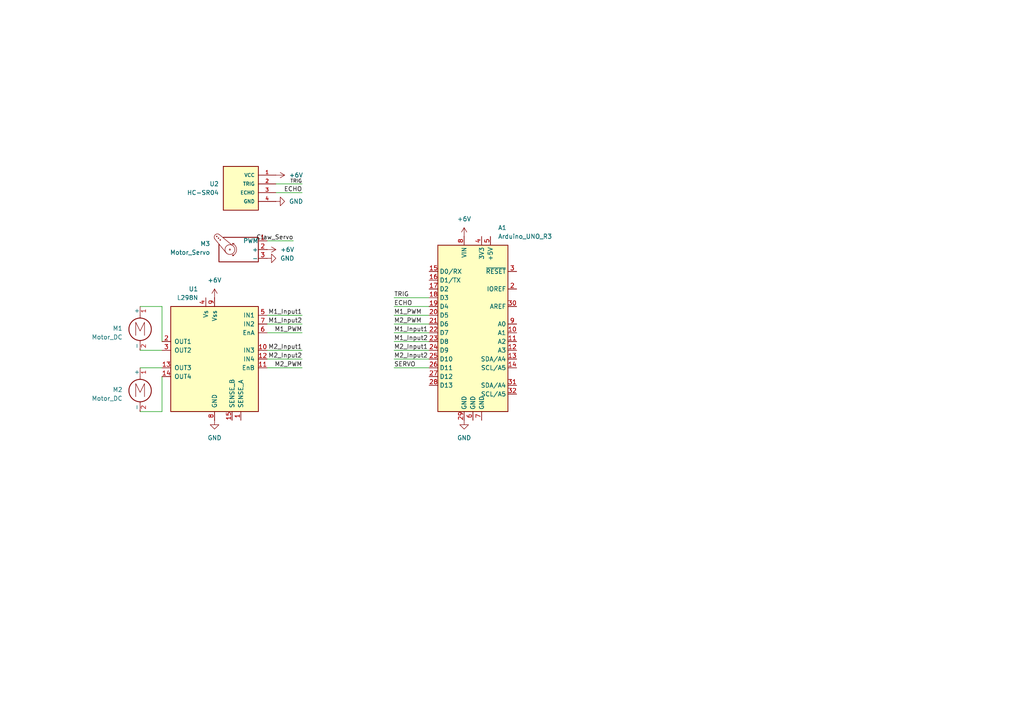
<source format=kicad_sch>
(kicad_sch (version 20231120) (generator "eeschema") (generator_version "8.0")
  (paper "A4")
  (title_block (title "Material Identification Circuit Schematics") (date "2024-10-06"))
  (lib_symbols
    (symbol "Driver_Motor:L298N" (pin_names (offset 1.016))
      (property "Reference" "U" (at -10.16 16.51 0))
      (property "Value" "L298N" (at 12.7 16.51 0))
      (symbol "L298N_0_1"
        (rectangle (start -12.7 15.24) (end 12.7 -15.24) (stroke (width 0.254)) (fill (type background)))
      )
      (symbol "L298N_1_1"
        (pin power_in line (at -7.62 -17.78 90) (length 2.54) (name "SENSE_A") (number "1"))
        (pin input line (at -15.24 2.54 0) (length 2.54) (name "IN3") (number "10"))
        (pin input line (at -15.24 -2.54 0) (length 2.54) (name "EnB") (number "11"))
        (pin input line (at -15.24 0 0) (length 2.54) (name "IN4") (number "12"))
        (pin output line (at 15.24 -2.54 180) (length 2.54) (name "OUT3") (number "13"))
        (pin output line (at 15.24 -5.08 180) (length 2.54) (name "OUT4") (number "14"))
        (pin power_in line (at -5.08 -17.78 90) (length 2.54) (name "SENSE_B") (number "15"))
        (pin output line (at 15.24 5.08 180) (length 2.54) (name "OUT1") (number "2"))
        (pin output line (at 15.24 2.54 180) (length 2.54) (name "OUT2") (number "3"))
        (pin power_in line (at 2.54 17.78 270) (length 2.54) (name "Vs") (number "4"))
        (pin input line (at -15.24 12.7 0) (length 2.54) (name "IN1") (number "5"))
        (pin input line (at -15.24 7.62 0) (length 2.54) (name "EnA") (number "6"))
        (pin input line (at -15.24 10.16 0) (length 2.54) (name "IN2") (number "7"))
        (pin power_in line (at 0 -17.78 90) (length 2.54) (name "GND") (number "8"))
        (pin power_in line (at 0 17.78 270) (length 2.54) (name "Vss") (number "9"))
      )
    )
    (symbol "HC-SR04:HC-SR04" (pin_names (offset 1.016))
      (property "Reference" "U" (at 0 5.0813 0))
      (property "Value" "HC-SR04" (at 0 -10.163 0))
      (symbol "HC-SR04_0_0"
        (rectangle (start 0 -7.62) (end 10.16 5.08) (stroke (width 0.254)) (fill (type background)))
        (pin power_in line (at -5.08 2.54 0) (length 5.08) (name "VCC") (number "1"))
        (pin bidirectional line (at -5.08 0 0) (length 5.08) (name "TRIG") (number "2"))
        (pin bidirectional line (at -5.08 -2.54 0) (length 5.08) (name "ECHO") (number "3"))
        (pin power_in line (at -5.08 -5.08 0) (length 5.08) (name "GND") (number "4"))
      )
    )
    (symbol "MCU_Module:Arduino_UNO_R3"
      (property "Reference" "A" (at -10.16 23.495 0))
      (property "Value" "Arduino_UNO_R3" (at 5.08 -26.67 0))
      (symbol "Arduino_UNO_R3_0_1"
        (rectangle (start -10.16 22.86) (end 10.16 -25.4) (stroke (width 0.254)) (fill (type background)))
      )
      (symbol "Arduino_UNO_R3_1_1"
        (pin no_connect line (at -10.16 -20.32 0) (length 2.54) hide (name "NC") (number "1"))
        (pin bidirectional line (at 12.7 -2.54 180) (length 2.54) (name "A1") (number "10"))
        (pin bidirectional line (at 12.7 -5.08 180) (length 2.54) (name "A2") (number "11"))
        (pin bidirectional line (at 12.7 -7.62 180) (length 2.54) (name "A3") (number "12"))
        (pin bidirectional line (at 12.7 -10.16 180) (length 2.54) (name "SDA/A4") (number "13"))
        (pin bidirectional line (at 12.7 -12.7 180) (length 2.54) (name "SCL/A5") (number "14"))
        (pin bidirectional line (at -12.7 15.24 0) (length 2.54) (name "D0/RX") (number "15"))
        (pin bidirectional line (at -12.7 12.7 0) (length 2.54) (name "D1/TX") (number "16"))
        (pin bidirectional line (at -12.7 10.16 0) (length 2.54) (name "D2") (number "17"))
        (pin bidirectional line (at -12.7 7.62 0) (length 2.54) (name "D3") (number "18"))
        (pin bidirectional line (at -12.7 5.08 0) (length 2.54) (name "D4") (number "19"))
        (pin output line (at 12.7 10.16 180) (length 2.54) (name "IOREF") (number "2"))
        (pin bidirectional line (at -12.7 2.54 0) (length 2.54) (name "D5") (number "20"))
        (pin bidirectional line (at -12.7 0 0) (length 2.54) (name "D6") (number "21"))
        (pin bidirectional line (at -12.7 -2.54 0) (length 2.54) (name "D7") (number "22"))
        (pin bidirectional line (at -12.7 -5.08 0) (length 2.54) (name "D8") (number "23"))
        (pin bidirectional line (at -12.7 -7.62 0) (length 2.54) (name "D9") (number "24"))
        (pin bidirectional line (at -12.7 -10.16 0) (length 2.54) (name "D10") (number "25"))
        (pin bidirectional line (at -12.7 -12.7 0) (length 2.54) (name "D11") (number "26"))
        (pin bidirectional line (at -12.7 -15.24 0) (length 2.54) (name "D12") (number "27"))
        (pin bidirectional line (at -12.7 -17.78 0) (length 2.54) (name "D13") (number "28"))
        (pin power_in line (at -2.54 -27.94 90) (length 2.54) (name "GND") (number "29"))
        (pin input line (at 12.7 15.24 180) (length 2.54) (name "~{RESET}") (number "3"))
        (pin input line (at 12.7 5.08 180) (length 2.54) (name "AREF") (number "30"))
        (pin bidirectional line (at 12.7 -17.78 180) (length 2.54) (name "SDA/A4") (number "31"))
        (pin bidirectional line (at 12.7 -20.32 180) (length 2.54) (name "SCL/A5") (number "32"))
        (pin power_out line (at 2.54 25.4 270) (length 2.54) (name "3V3") (number "4"))
        (pin power_out line (at 5.08 25.4 270) (length 2.54) (name "+5V") (number "5"))
        (pin power_in line (at 0 -27.94 90) (length 2.54) (name "GND") (number "6"))
        (pin power_in line (at 2.54 -27.94 90) (length 2.54) (name "GND") (number "7"))
        (pin power_in line (at -2.54 25.4 270) (length 2.54) (name "VIN") (number "8"))
        (pin bidirectional line (at 12.7 0 180) (length 2.54) (name "A0") (number "9"))
      )
    )
    (symbol "Motor:Motor_DC" (pin_names (offset 0))
      (property "Reference" "M" (at 2.54 2.54 0))
      (property "Value" "Motor_DC" (at 2.54 -5.08 0))
      (symbol "Motor_DC_0_0"
        (polyline (pts (xy -1.27 -3.302) (xy -1.27 0.508) (xy 0 -2.032) (xy 1.27 0.508) (xy 1.27 -3.302)))
      )
      (symbol "Motor_DC_0_1"
        (circle (center 0 -1.524) (radius 3.2512) (stroke (width 0.254)))
        (polyline (pts (xy 0 -7.62) (xy 0 -7.112)))
        (polyline (pts (xy 0 -4.7752) (xy 0 -5.1816)))
        (polyline (pts (xy 0 1.7272) (xy 0 2.0828)))
        (polyline (pts (xy 0 2.032) (xy 0 2.54)))
      )
      (symbol "Motor_DC_1_1"
        (pin passive line (at 0 5.08 270) (length 2.54) (name "+") (number "1"))
        (pin passive line (at 0 -7.62 90) (length 2.54) (name "-") (number "2"))
      )
    )
    (symbol "Motor:Motor_Servo" (pin_names (offset 0.0254))
      (property "Reference" "M" (at -5.08 4.445 0))
      (property "Value" "Motor_Servo" (at -5.08 -4.064 0))
      (symbol "Motor_Servo_0_1"
        (polyline (pts (xy 2.413 -1.778) (xy 2.032 -1.778)))
        (polyline (pts (xy 2.413 -1.778) (xy 2.286 -1.397)))
        (polyline (pts (xy 2.413 1.778) (xy 1.905 1.778)))
        (polyline (pts (xy 2.413 1.778) (xy 2.286 1.397)))
        (polyline (pts (xy 6.35 4.445) (xy 2.54 1.27)))
        (polyline (pts (xy 7.62 3.175) (xy 4.191 -1.016)))
        (polyline (pts (xy 5.08 3.556) (xy -5.08 3.556) (xy -5.08 -3.556) (xy 6.35 -3.556) (xy 6.35 1.524)) (stroke (width 0.254)))
        (arc (start 2.413 1.778) (mid 1.2406 0) (end 2.413 -1.778))
        (circle (center 3.175 0) (radius 0.1778))
        (circle (center 3.175 0) (radius 1.4224))
        (circle (center 5.969 2.794) (radius 0.127))
        (circle (center 6.477 3.302) (radius 0.127))
        (circle (center 6.985 3.81) (radius 0.127))
        (arc (start 7.62 3.175) (mid 7.4485 4.2735) (end 6.35 4.445))
      )
      (symbol "Motor_Servo_1_1"
        (pin passive line (at -7.62 2.54 0) (length 2.54) (name "PWM") (number "1"))
        (pin passive line (at -7.62 0 0) (length 2.54) (name "+") (number "2"))
        (pin passive line (at -7.62 -2.54 0) (length 2.54) (name "-") (number "3"))
      )
    )
    (symbol "power:+6V" (power) (pin_numbers hide) (pin_names (offset 0) hide)
      (property "Value" "+6V" (at 0 3.556 0))
      (symbol "+6V_0_1"
        (polyline (pts (xy -0.762 1.27) (xy 0 2.54)))
        (polyline (pts (xy 0 0) (xy 0 2.54)))
        (polyline (pts (xy 0 2.54) (xy 0.762 1.27)))
      )
      (symbol "+6V_1_1"
        (pin power_in line (at 0 0 90) (length 0) (name "~") (number "1"))
      )
    )
    (symbol "power:GND" (power) (pin_numbers hide) (pin_names (offset 0) hide)
      (property "Value" "GND" (at 0 -3.81 0))
      (symbol "GND_0_1"
        (polyline (pts (xy 0 0) (xy 0 -1.27) (xy 1.27 -1.27) (xy 0 -2.54) (xy -1.27 -1.27) (xy 0 -1.27)))
      )
      (symbol "GND_1_1"
        (pin power_in line (at 0 0 270) (length 0) (name "~") (number "1"))
      )
    )
  )
  (wire (pts (xy 114.3 93.98) (xy 124.46 93.98)))
  (wire (pts (xy 85.09 69.85) (xy 77.47 69.85)))
  (wire (pts (xy 124.46 101.6) (xy 114.3 101.6)))
  (wire (pts (xy 87.63 96.52) (xy 77.47 96.52)))
  (wire (pts (xy 124.46 104.14) (xy 114.3 104.14)))
  (wire (pts (xy 87.63 106.68) (xy 77.47 106.68)))
  (wire (pts (xy 46.99 99.06) (xy 46.99 88.9)))
  (wire (pts (xy 46.99 119.38) (xy 40.64 119.38)))
  (wire (pts (xy 114.3 86.36) (xy 124.46 86.36)))
  (wire (pts (xy 46.99 109.22) (xy 46.99 119.38)))
  (wire (pts (xy 77.47 104.14) (xy 87.63 104.14)))
  (wire (pts (xy 87.63 55.88) (xy 80.01 55.88)))
  (wire (pts (xy 124.46 99.06) (xy 114.3 99.06)))
  (wire (pts (xy 114.3 88.9) (xy 124.46 88.9)))
  (wire (pts (xy 114.3 106.68) (xy 124.46 106.68)))
  (wire (pts (xy 40.64 106.68) (xy 46.99 106.68)))
  (wire (pts (xy 77.47 91.44) (xy 87.63 91.44)))
  (wire (pts (xy 77.47 101.6) (xy 87.63 101.6)))
  (wire (pts (xy 87.63 53.34) (xy 80.01 53.34)))
  (wire (pts (xy 124.46 96.52) (xy 114.3 96.52)))
  (wire (pts (xy 77.47 93.98) (xy 87.63 93.98)))
  (wire (pts (xy 46.99 88.9) (xy 40.64 88.9)))
  (wire (pts (xy 40.64 101.6) (xy 46.99 101.6)))
  (wire (pts (xy 114.3 91.44) (xy 124.46 91.44)))
  (label "ECHO" (at 114.3 88.9 0))
  (label "M2_Input1" (at 114.3 101.6 0))
  (label "M2_Input2" (at 114.3 104.14 0))
  (label "ECHO" (at 87.63 55.88 180))
  (label "M1_Input1" (at 87.63 91.44 180))
  (label "M2_PWM" (at 114.3 93.98 0))
  (label "TRIG" (at 87.63 53.34 180) (effects (font (size 1.016 1.016))))
  (label "M1_Input2" (at 114.3 99.06 0))
  (label "M1_PWM" (at 87.63 96.52 180))
  (label "M2_Input1" (at 87.63 101.6 180))
  (label "M1_PWM" (at 114.3 91.44 0))
  (label "TRIG" (at 114.3 86.36 0))
  (label "M1_Input2" (at 87.63 93.98 180))
  (label "M2_PWM" (at 87.63 106.68 180))
  (label "M1_Input1" (at 114.3 96.52 0))
  (label "Claw_Servo" (at 85.09 69.85 180))
  (label "SERVO" (at 114.3 106.68 0))
  (label "M2_Input2" (at 87.63 104.14 180))
  (symbol (lib_id "MCU_Module:Arduino_UNO_R3") (at 137.16 93.98 0) (unit 1)
    (property "Reference" "A1" (at 144.4341 66.04 0) (effects (justify left)))
    (property "Value" "Arduino_UNO_R3" (at 144.4341 68.58 0) (effects (justify left)))
    (property "Footprint" "Module:Arduino_UNO_R3" (effects (hide yes)))
    (property "Datasheet" "https://www.arduino.cc/en/Main/arduinoBoardUno" (effects (hide yes)))
    (property "Description" "Arduino UNO Microcontroller Module, release 3" (effects (hide yes)))
  )
  (symbol (lib_id "power:+6V") (at 77.47 72.39 270) (unit 1)
    (property "Reference" "#PWR08" (effects (hide yes)))
    (property "Value" "+6V" (at 81.28 72.3899 90) (effects (justify left)))
    (property "Description" "Power symbol creates a global label with name \"+6V\"" (effects (hide yes)))
  )
  (symbol (lib_id "Motor:Motor_Servo") (at 69.85 72.39 0) (mirror y) (unit 1)
    (property "Reference" "M3" (at 60.96 70.6865 0) (effects (justify left)))
    (property "Value" "Motor_Servo" (at 60.96 73.2265 0) (effects (justify left)))
    (property "Datasheet" "http://forums.parallax.com/uploads/attachments/46831/74481.png" (effects (hide yes)))
    (property "Description" "Servo Motor (Futaba, HiTec, JR connector)" (effects (hide yes)))
  )
  (symbol (lib_id "power:+6V") (at 62.23 86.36 0) (mirror y) (unit 1)
    (property "Reference" "#PWR01" (effects (hide yes)))
    (property "Value" "+6V" (at 62.23 81.28 0))
    (property "Description" "Power symbol creates a global label with name \"+6V\"" (effects (hide yes)))
  )
  (symbol (lib_id "HC-SR04:HC-SR04") (at 74.93 53.34 0) (mirror y) (unit 1)
    (property "Reference" "U2" (at 63.5 53.3399 0) (effects (justify left)))
    (property "Value" "HC-SR04" (at 63.5 55.8799 0) (effects (justify left)))
    (property "Footprint" "HC-SR04:XCVR_HC-SR04" (effects (hide yes)))
    (property "MF" "SparkFun Electronics" (effects (hide yes)))
    (property "Description_1" "\nHC-SR04 Ultrasonic Sensor Qwiic Platform Evaluation Expansion Board\n" (effects (hide yes)))
    (property "Package" "None" (effects (hide yes)))
    (property "Price" "None" (effects (hide yes)))
    (property "Check_prices" "https://www.snapeda.com/parts/HC-SR04/SparkFun+Electronics/view-part/?ref=eda" (effects (hide yes)))
    (property "SnapEDA_Link" "https://www.snapeda.com/parts/HC-SR04/SparkFun+Electronics/view-part/?ref=snap" (effects (hide yes)))
    (property "MP" "HC-SR04" (effects (hide yes)))
    (property "Availability" "Not in stock" (effects (hide yes)))
    (property "MANUFACTURER" "Osepp" (effects (hide yes)))
  )
  (symbol (lib_id "Motor:Motor_DC") (at 40.64 111.76 0) (mirror y) (unit 1)
    (property "Reference" "M2" (at 35.56 113.0299 0) (effects (justify left)))
    (property "Value" "Motor_DC" (at 35.56 115.5699 0) (effects (justify left)))
    (property "Description" "DC Motor" (effects (hide yes)))
  )
  (symbol (lib_id "Driver_Motor:L298N") (at 62.23 104.14 0) (mirror y) (unit 1)
    (property "Reference" "U1" (at 57.4959 83.82 0) (effects (justify left)))
    (property "Value" "L298N" (at 57.4959 86.36 0) (effects (justify left)))
    (property "Footprint" "Package_TO_SOT_THT:TO-220-15_P2.54x2.54mm_StaggerOdd_Lead4.58mm_Vertical" (effects (hide yes)))
    (property "Datasheet" "http://www.st.com/st-web-ui/static/active/en/resource/technical/document/datasheet/CD00000240.pdf" (effects (hide yes)))
    (property "Description" "Dual full bridge motor driver, up to 46V, 4A, Multiwatt15-V" (effects (hide yes)))
  )
  (symbol (lib_id "power:GND") (at 62.23 121.92 0) (unit 1)
    (property "Reference" "#PWR02" (effects (hide yes)))
    (property "Value" "GND" (at 62.23 127 0))
    (property "Description" "Power symbol creates a global label with name \"GND\" , ground" (effects (hide yes)))
  )
  (symbol (lib_id "Motor:Motor_DC") (at 40.64 93.98 0) (mirror y) (unit 1)
    (property "Reference" "M1" (at 35.56 95.2499 0) (effects (justify left)))
    (property "Value" "Motor_DC" (at 35.56 97.7899 0) (effects (justify left)))
    (property "Description" "DC Motor" (effects (hide yes)))
  )
  (symbol (lib_id "power:GND") (at 134.62 121.92 0) (unit 1)
    (property "Reference" "#PWR04" (effects (hide yes)))
    (property "Value" "GND" (at 134.62 127 0))
    (property "Description" "Power symbol creates a global label with name \"GND\" , ground" (effects (hide yes)))
  )
  (symbol (lib_id "power:GND") (at 80.01 58.42 90) (mirror x) (unit 1)
    (property "Reference" "#PWR06" (effects (hide yes)))
    (property "Value" "GND" (at 83.82 58.4199 90) (effects (justify right)))
    (property "Description" "Power symbol creates a global label with name \"GND\" , ground" (effects (hide yes)))
  )
  (symbol (lib_id "power:+6V") (at 80.01 50.8 270) (unit 1)
    (property "Reference" "#PWR05" (effects (hide yes)))
    (property "Value" "+6V" (at 83.82 50.7999 90) (effects (justify left)))
    (property "Description" "Power symbol creates a global label with name \"+6V\"" (effects (hide yes)))
  )
  (symbol (lib_id "power:+6V") (at 134.62 68.58 0) (mirror y) (unit 1)
    (property "Reference" "#PWR03" (effects (hide yes)))
    (property "Value" "+6V" (at 134.62 63.5 0))
    (property "Description" "Power symbol creates a global label with name \"+6V\"" (effects (hide yes)))
  )
  (symbol (lib_id "power:GND") (at 77.47 74.93 90) (mirror x) (unit 1)
    (property "Reference" "#PWR07" (effects (hide yes)))
    (property "Value" "GND" (at 81.28 74.9299 90) (effects (justify right)))
    (property "Description" "Power symbol creates a global label with name \"GND\" , ground" (effects (hide yes)))
  )
)
</source>
